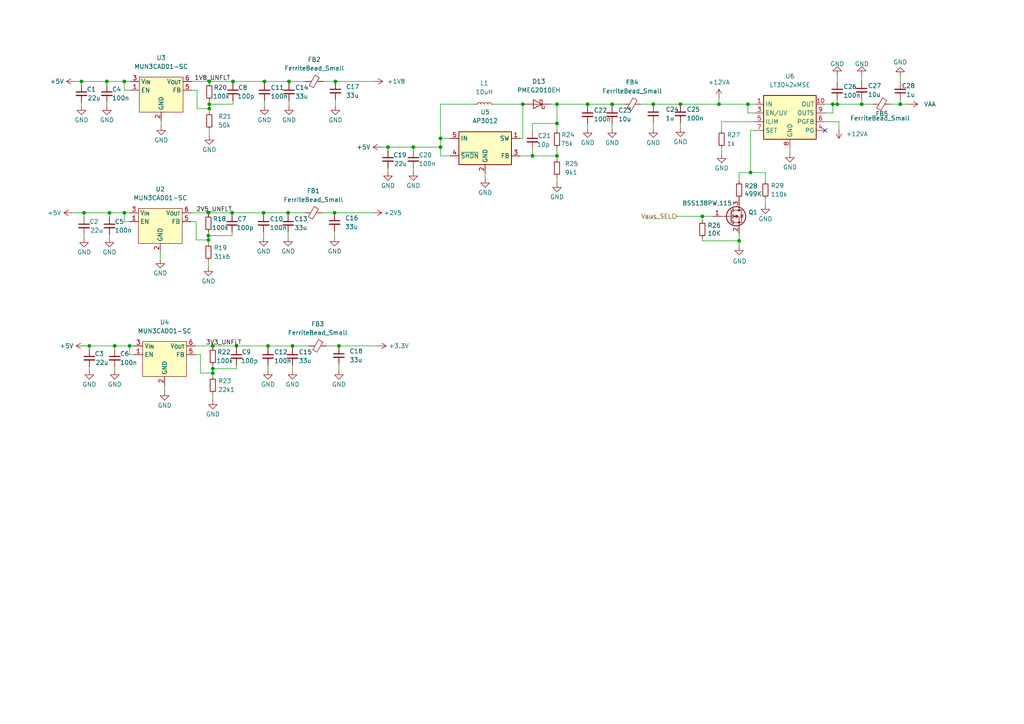
<source format=kicad_sch>
(kicad_sch (version 20230121) (generator eeschema)
  (paper "A4")
  (lib_symbols
    (symbol "Device:C_Small" (pin_numbers hide) (pin_names (offset 0.254) hide)
      (property "Reference" "C" (at 0.254 1.778 0))
      (property "Value" "C_Small" (at 0.254 -2.032 0))
      (symbol "C_Small_0_1"
        (polyline (pts (xy -1.524 -0.508) (xy 1.524 -0.508)) (stroke (width 0.3302)))
        (polyline (pts (xy -1.524 0.508) (xy 1.524 0.508)) (stroke (width 0.3048)))
      )
      (symbol "C_Small_1_1"
        (pin passive line (at 0 2.54 270) (length 2.032) (name "~") (number "1"))
        (pin passive line (at 0 -2.54 90) (length 2.032) (name "~") (number "2"))
      )
    )
    (symbol "Device:FerriteBead_Small" (pin_numbers hide) (pin_names (offset 0))
      (property "Reference" "FB" (at 1.905 1.27 0))
      (property "Value" "FerriteBead_Small" (at 1.905 -1.27 0))
      (symbol "FerriteBead_Small_0_1"
        (polyline (pts (xy 0 -1.27) (xy 0 -0.7874)))
        (polyline (pts (xy 0 0.889) (xy 0 1.2954)))
        (polyline (pts (xy -1.8288 0.2794) (xy -1.1176 1.4986) (xy 1.8288 -0.2032) (xy 1.1176 -1.4224) (xy -1.8288 0.2794)))
      )
      (symbol "FerriteBead_Small_1_1"
        (pin passive line (at 0 2.54 270) (length 1.27) (name "~") (number "1"))
        (pin passive line (at 0 -2.54 90) (length 1.27) (name "~") (number "2"))
      )
    )
    (symbol "Device:L_Small" (pin_numbers hide) (pin_names (offset 0.254) hide)
      (property "Reference" "L" (at 0.762 1.016 0))
      (property "Value" "L_Small" (at 0.762 -1.016 0))
      (symbol "L_Small_0_1"
        (arc (start 0 -2.032) (mid 0.5058 -1.524) (end 0 -1.016))
        (arc (start 0 -1.016) (mid 0.5058 -0.508) (end 0 0))
        (arc (start 0 0) (mid 0.5058 0.508) (end 0 1.016))
        (arc (start 0 1.016) (mid 0.5058 1.524) (end 0 2.032))
      )
      (symbol "L_Small_1_1"
        (pin passive line (at 0 2.54 270) (length 0.508) (name "~") (number "1"))
        (pin passive line (at 0 -2.54 90) (length 0.508) (name "~") (number "2"))
      )
    )
    (symbol "Device:Q_NMOS_GSD" (pin_names (offset 0) hide)
      (property "Reference" "Q" (at 5.08 1.27 0))
      (property "Value" "Q_NMOS_GSD" (at 5.08 -1.27 0))
      (symbol "Q_NMOS_GSD_0_1"
        (polyline (pts (xy 0.254 0) (xy -2.54 0)))
        (polyline (pts (xy 0.254 1.905) (xy 0.254 -1.905)) (stroke (width 0.254)))
        (polyline (pts (xy 0.762 -1.27) (xy 0.762 -2.286)) (stroke (width 0.254)))
        (polyline (pts (xy 0.762 0.508) (xy 0.762 -0.508)) (stroke (width 0.254)))
        (polyline (pts (xy 0.762 2.286) (xy 0.762 1.27)) (stroke (width 0.254)))
        (polyline (pts (xy 2.54 2.54) (xy 2.54 1.778)))
        (polyline (pts (xy 2.54 -2.54) (xy 2.54 0) (xy 0.762 0)))
        (polyline (pts (xy 0.762 -1.778) (xy 3.302 -1.778) (xy 3.302 1.778) (xy 0.762 1.778)))
        (polyline (pts (xy 1.016 0) (xy 2.032 0.381) (xy 2.032 -0.381) (xy 1.016 0)) (fill (type outline)))
        (polyline (pts (xy 2.794 0.508) (xy 2.921 0.381) (xy 3.683 0.381) (xy 3.81 0.254)))
        (polyline (pts (xy 3.302 0.381) (xy 2.921 -0.254) (xy 3.683 -0.254) (xy 3.302 0.381)))
        (circle (center 1.651 0) (radius 2.794) (stroke (width 0.254)))
        (circle (center 2.54 -1.778) (radius 0.254) (fill (type outline)))
        (circle (center 2.54 1.778) (radius 0.254) (fill (type outline)))
      )
      (symbol "Q_NMOS_GSD_1_1"
        (pin input line (at -5.08 0 0) (length 2.54) (name "G") (number "1"))
        (pin passive line (at 2.54 -5.08 90) (length 2.54) (name "S") (number "2"))
        (pin passive line (at 2.54 5.08 270) (length 2.54) (name "D") (number "3"))
      )
    )
    (symbol "Device:R_Small" (pin_numbers hide) (pin_names (offset 0.254) hide)
      (property "Reference" "R" (at 0.762 0.508 0))
      (property "Value" "R_Small" (at 0.762 -1.016 0))
      (symbol "R_Small_0_1"
        (rectangle (start -0.762 1.778) (end 0.762 -1.778) (stroke (width 0.2032)))
      )
      (symbol "R_Small_1_1"
        (pin passive line (at 0 2.54 270) (length 0.762) (name "~") (number "1"))
        (pin passive line (at 0 -2.54 90) (length 0.762) (name "~") (number "2"))
      )
    )
    (symbol "Diode:PMEG2010EH" (pin_numbers hide) (pin_names hide)
      (property "Reference" "D" (at 0 2.54 0))
      (property "Value" "PMEG2010EH" (at 0 -2.54 0))
      (symbol "PMEG2010EH_0_1"
        (polyline (pts (xy 1.27 0) (xy -1.27 0)))
        (polyline (pts (xy 1.27 1.27) (xy 1.27 -1.27) (xy -1.27 0) (xy 1.27 1.27)) (stroke (width 0.2032)))
        (polyline (pts (xy -1.905 0.635) (xy -1.905 1.27) (xy -1.27 1.27) (xy -1.27 -1.27) (xy -0.635 -1.27) (xy -0.635 -0.635)) (stroke (width 0.2032)))
      )
      (symbol "PMEG2010EH_1_1"
        (pin passive line (at -3.81 0 0) (length 2.54) (name "K") (number "1"))
        (pin passive line (at 3.81 0 180) (length 2.54) (name "A") (number "2"))
      )
    )
    (symbol "Regulator_Linear:LT3042xMSE"
      (property "Reference" "U" (at -6.35 6.35 0))
      (property "Value" "LT3042xMSE" (at 1.27 6.35 0))
      (symbol "LT3042xMSE_0_1"
        (rectangle (start -7.62 5.08) (end 7.62 -7.62) (stroke (width 0.254)) (fill (type background)))
      )
      (symbol "LT3042xMSE_1_1"
        (pin power_in line (at -10.16 2.54 0) (length 2.54) (name "IN") (number "1"))
        (pin power_out line (at 10.16 2.54 180) (length 2.54) (name "OUT") (number "10"))
        (pin passive line (at 0 -10.16 90) (length 2.54) hide (name "GND") (number "11"))
        (pin passive line (at -10.16 2.54 0) (length 2.54) hide (name "IN") (number "2"))
        (pin input line (at -10.16 0 0) (length 2.54) (name "EN/UV") (number "3"))
        (pin open_collector line (at 10.16 -5.08 180) (length 2.54) (name "PG") (number "4"))
        (pin passive line (at -10.16 -2.54 0) (length 2.54) (name "ILIM") (number "5"))
        (pin input line (at 10.16 -2.54 180) (length 2.54) (name "PGFB") (number "6"))
        (pin passive line (at -10.16 -5.08 0) (length 2.54) (name "SET") (number "7"))
        (pin power_in line (at 0 -10.16 90) (length 2.54) (name "GND") (number "8"))
        (pin input line (at 10.16 0 180) (length 2.54) (name "OUTS") (number "9"))
      )
    )
    (symbol "Regulator_Switching:AP3012"
      (property "Reference" "U" (at -7.62 5.715 0))
      (property "Value" "AP3012" (at 0 5.715 0))
      (symbol "AP3012_0_1"
        (rectangle (start -7.62 4.445) (end 7.62 -5.08) (stroke (width 0.254)) (fill (type background)))
      )
      (symbol "AP3012_1_1"
        (pin passive line (at 10.16 2.54 180) (length 2.54) (name "SW") (number "1"))
        (pin power_in line (at 0 -7.62 90) (length 2.54) (name "GND") (number "2"))
        (pin input line (at 10.16 -2.54 180) (length 2.54) (name "FB") (number "3"))
        (pin input line (at -10.16 -2.54 0) (length 2.54) (name "~{SHDN}") (number "4"))
        (pin power_in line (at -10.16 2.54 0) (length 2.54) (name "IN") (number "5"))
      )
    )
    (symbol "custom:MUN3CAD01-SC"
      (property "Reference" "U" (at 0 8.89 0))
      (property "Value" "MUN3CAD01-SC" (at 0 6.35 0))
      (symbol "MUN3CAD01-SC_0_1"
        (rectangle (start -6.35 5.08) (end 6.35 -5.08) (stroke (width 0.1524)) (fill (type background)))
      )
      (symbol "MUN3CAD01-SC_1_1"
        (pin input line (at -8.89 1.27 0) (length 2.54) (name "EN") (number "1"))
        (pin input line (at 0 -7.62 90) (length 2.54) (name "GND") (number "2"))
        (pin input line (at -8.89 3.81 0) (length 2.54) (name "V_{IN}") (number "3"))
        (pin passive line (at 0 -7.62 90) (length 2.54) hide (name "GND") (number "4"))
        (pin input line (at 8.89 1.27 180) (length 2.54) (name "FB") (number "5"))
        (pin input line (at 8.89 3.81 180) (length 2.54) (name "V_{OUT}") (number "6"))
      )
    )
    (symbol "power:+12VA" (power) (pin_names (offset 0))
      (property "Value" "+12VA" (at 0 3.556 0))
      (symbol "+12VA_0_1"
        (polyline (pts (xy -0.762 1.27) (xy 0 2.54)))
        (polyline (pts (xy 0 0) (xy 0 2.54)))
        (polyline (pts (xy 0 2.54) (xy 0.762 1.27)))
      )
      (symbol "+12VA_1_1"
        (pin power_in line (at 0 0 90) (length 0) hide (name "+12VA") (number "1"))
      )
    )
    (symbol "power:+1V8" (power) (pin_names (offset 0))
      (property "Value" "+1V8" (at 0 3.556 0))
      (symbol "+1V8_0_1"
        (polyline (pts (xy -0.762 1.27) (xy 0 2.54)))
        (polyline (pts (xy 0 0) (xy 0 2.54)))
        (polyline (pts (xy 0 2.54) (xy 0.762 1.27)))
      )
      (symbol "+1V8_1_1"
        (pin power_in line (at 0 0 90) (length 0) hide (name "+1V8") (number "1"))
      )
    )
    (symbol "power:+2V5" (power) (pin_names (offset 0))
      (property "Value" "+2V5" (at 0 3.556 0))
      (symbol "+2V5_0_1"
        (polyline (pts (xy -0.762 1.27) (xy 0 2.54)))
        (polyline (pts (xy 0 0) (xy 0 2.54)))
        (polyline (pts (xy 0 2.54) (xy 0.762 1.27)))
      )
      (symbol "+2V5_1_1"
        (pin power_in line (at 0 0 90) (length 0) hide (name "+2V5") (number "1"))
      )
    )
    (symbol "power:+3.3V" (power) (pin_names (offset 0))
      (property "Value" "+3.3V" (at 0 3.556 0))
      (symbol "+3.3V_0_1"
        (polyline (pts (xy -0.762 1.27) (xy 0 2.54)))
        (polyline (pts (xy 0 0) (xy 0 2.54)))
        (polyline (pts (xy 0 2.54) (xy 0.762 1.27)))
      )
      (symbol "+3.3V_1_1"
        (pin power_in line (at 0 0 90) (length 0) hide (name "+3.3V") (number "1"))
      )
    )
    (symbol "power:+5V" (power) (pin_names (offset 0))
      (property "Value" "+5V" (at 0 3.556 0))
      (symbol "+5V_0_1"
        (polyline (pts (xy -0.762 1.27) (xy 0 2.54)))
        (polyline (pts (xy 0 0) (xy 0 2.54)))
        (polyline (pts (xy 0 2.54) (xy 0.762 1.27)))
      )
      (symbol "+5V_1_1"
        (pin power_in line (at 0 0 90) (length 0) hide (name "+5V") (number "1"))
      )
    )
    (symbol "power:GND" (power) (pin_names (offset 0))
      (property "Value" "GND" (at 0 -3.81 0))
      (symbol "GND_0_1"
        (polyline (pts (xy 0 0) (xy 0 -1.27) (xy 1.27 -1.27) (xy 0 -2.54) (xy -1.27 -1.27) (xy 0 -1.27)))
      )
      (symbol "GND_1_1"
        (pin power_in line (at 0 0 270) (length 0) hide (name "GND") (number "1"))
      )
    )
    (symbol "power:VAA" (power) (pin_names (offset 0))
      (property "Value" "VAA" (at 0 3.81 0))
      (symbol "VAA_0_1"
        (polyline (pts (xy -0.762 1.27) (xy 0 2.54)))
        (polyline (pts (xy 0 0) (xy 0 2.54)))
        (polyline (pts (xy 0 2.54) (xy 0.762 1.27)))
      )
      (symbol "VAA_1_1"
        (pin power_in line (at 0 0 90) (length 0) hide (name "VAA") (number "1"))
      )
    )
  )
  (junction (at 25.908 100.33))
  (junction (at 31.75 61.722))
  (junction (at 60.452 61.722))
  (junction (at 161.544 35.814))
  (junction (at 216.916 30.226))
  (junction (at 60.706 31.496))
  (junction (at 203.708 62.738))
  (junction (at 189.484 30.226))
  (junction (at 261.112 30.226))
  (junction (at 68.58 100.33))
  (junction (at 177.546 30.226))
  (junction (at 97.282 23.622))
  (junction (at 208.534 30.226))
  (junction (at 249.936 30.226))
  (junction (at 161.544 30.226))
  (junction (at 197.358 30.226))
  (junction (at 98.298 100.33))
  (junction (at 37.592 100.33))
  (junction (at 127.762 42.672))
  (junction (at 67.31 61.722))
  (junction (at 127.762 40.132))
  (junction (at 76.454 61.722))
  (junction (at 83.82 23.622))
  (junction (at 61.722 106.934))
  (junction (at 214.376 69.85))
  (junction (at 36.068 61.722))
  (junction (at 76.708 23.622))
  (junction (at 83.566 61.722))
  (junction (at 67.564 23.622))
  (junction (at 170.434 30.226))
  (junction (at 217.678 50.038))
  (junction (at 161.544 45.212))
  (junction (at 242.824 30.226))
  (junction (at 33.274 100.33))
  (junction (at 24.384 61.722))
  (junction (at 241.554 30.226))
  (junction (at 36.068 23.622))
  (junction (at 77.724 100.33))
  (junction (at 30.988 23.622))
  (junction (at 97.028 61.722))
  (junction (at 61.722 100.33))
  (junction (at 60.452 68.326))
  (junction (at 60.706 23.622))
  (junction (at 151.638 30.226))
  (junction (at 154.432 45.212))
  (junction (at 23.622 23.622))
  (junction (at 61.722 108.204))
  (junction (at 119.888 42.672))
  (junction (at 112.522 42.672))
  (junction (at 84.836 100.33))
  (junction (at 60.452 69.596))
  (junction (at 60.706 30.226))
  (no_connect (at 239.268 37.846))
  (wire (pts (xy 241.554 30.226) (xy 239.268 30.226)))
  (wire (pts (xy 61.722 100.33) (xy 68.58 100.33)))
  (wire (pts (xy 214.376 67.818) (xy 214.376 69.85)))
  (wire (pts (xy 137.922 30.226) (xy 127.762 30.226)))
  (wire (pts (xy 56.642 100.33) (xy 61.722 100.33)))
  (wire (pts (xy 97.282 23.622) (xy 97.282 23.876)))
  (wire (pts (xy 151.638 40.132) (xy 151.638 30.226)))
  (wire (pts (xy 218.948 37.846) (xy 217.678 37.846)))
  (wire (pts (xy 216.916 30.226) (xy 218.948 30.226)))
  (wire (pts (xy 97.028 61.722) (xy 97.028 61.976)))
  (wire (pts (xy 55.626 23.622) (xy 60.706 23.622)))
  (wire (pts (xy 197.358 30.226) (xy 208.534 30.226)))
  (wire (pts (xy 67.31 68.326) (xy 67.31 67.31)))
  (wire (pts (xy 119.888 48.768) (xy 119.888 49.784)))
  (wire (pts (xy 159.766 30.226) (xy 161.544 30.226)))
  (wire (pts (xy 249.936 30.226) (xy 253.238 30.226)))
  (wire (pts (xy 60.452 61.722) (xy 67.31 61.722)))
  (wire (pts (xy 56.896 69.596) (xy 60.452 69.596)))
  (wire (pts (xy 154.432 38.1) (xy 154.432 35.814)))
  (wire (pts (xy 60.452 67.31) (xy 60.452 68.326)))
  (wire (pts (xy 221.996 50.038) (xy 221.996 52.578)))
  (wire (pts (xy 36.068 23.622) (xy 37.846 23.622)))
  (wire (pts (xy 61.722 106.934) (xy 68.58 106.934)))
  (wire (pts (xy 68.58 106.934) (xy 68.58 105.918)))
  (wire (pts (xy 67.564 23.622) (xy 67.564 24.13)))
  (wire (pts (xy 161.544 45.212) (xy 161.544 46.228)))
  (wire (pts (xy 60.706 31.496) (xy 60.706 32.512)))
  (wire (pts (xy 127.762 30.226) (xy 127.762 40.132)))
  (wire (pts (xy 110.744 42.672) (xy 112.522 42.672)))
  (wire (pts (xy 243.332 37.592) (xy 243.332 35.306)))
  (wire (pts (xy 185.928 30.226) (xy 189.484 30.226)))
  (wire (pts (xy 61.722 108.204) (xy 61.722 109.22)))
  (wire (pts (xy 203.708 69.85) (xy 203.708 69.088)))
  (wire (pts (xy 170.434 30.226) (xy 170.434 30.734)))
  (wire (pts (xy 23.622 23.622) (xy 23.622 24.638)))
  (wire (pts (xy 127.762 42.672) (xy 127.762 45.212)))
  (wire (pts (xy 33.274 100.33) (xy 33.274 101.346)))
  (wire (pts (xy 36.068 26.162) (xy 36.068 23.622)))
  (wire (pts (xy 77.724 105.918) (xy 77.724 107.442)))
  (wire (pts (xy 208.534 28.448) (xy 208.534 30.226)))
  (wire (pts (xy 31.75 61.722) (xy 31.75 62.992)))
  (wire (pts (xy 189.484 30.226) (xy 189.484 30.48)))
  (wire (pts (xy 60.706 23.622) (xy 67.564 23.622)))
  (wire (pts (xy 46.482 73.152) (xy 46.482 75.184)))
  (wire (pts (xy 249.936 28.702) (xy 249.936 30.226)))
  (wire (pts (xy 60.452 68.326) (xy 67.31 68.326)))
  (wire (pts (xy 25.908 100.33) (xy 33.274 100.33)))
  (wire (pts (xy 93.472 61.722) (xy 97.028 61.722)))
  (wire (pts (xy 37.592 102.87) (xy 37.592 100.33)))
  (wire (pts (xy 23.622 29.718) (xy 23.622 30.734)))
  (wire (pts (xy 214.376 69.85) (xy 214.376 71.374)))
  (wire (pts (xy 161.544 35.814) (xy 161.544 37.846)))
  (wire (pts (xy 242.824 28.956) (xy 242.824 30.226)))
  (wire (pts (xy 112.522 42.672) (xy 119.888 42.672)))
  (wire (pts (xy 161.544 30.226) (xy 161.544 35.814)))
  (wire (pts (xy 217.678 37.846) (xy 217.678 50.038)))
  (wire (pts (xy 112.522 42.672) (xy 112.522 43.688)))
  (wire (pts (xy 55.372 61.722) (xy 60.452 61.722)))
  (wire (pts (xy 61.722 106.934) (xy 61.722 108.204)))
  (wire (pts (xy 30.988 23.622) (xy 36.068 23.622)))
  (wire (pts (xy 76.454 61.722) (xy 76.454 62.23)))
  (wire (pts (xy 119.888 42.672) (xy 127.762 42.672)))
  (wire (pts (xy 97.028 61.722) (xy 108.204 61.722)))
  (wire (pts (xy 31.75 61.722) (xy 36.068 61.722)))
  (wire (pts (xy 84.836 100.33) (xy 84.836 100.838)))
  (wire (pts (xy 33.274 106.426) (xy 33.274 107.442)))
  (wire (pts (xy 68.58 100.33) (xy 68.58 100.838)))
  (wire (pts (xy 67.31 61.722) (xy 76.454 61.722)))
  (wire (pts (xy 61.722 105.918) (xy 61.722 106.934)))
  (wire (pts (xy 112.522 48.768) (xy 112.522 49.784)))
  (wire (pts (xy 76.708 29.21) (xy 76.708 30.734)))
  (wire (pts (xy 239.268 32.766) (xy 241.554 32.766)))
  (wire (pts (xy 243.332 35.306) (xy 239.268 35.306)))
  (wire (pts (xy 203.708 62.738) (xy 206.756 62.738)))
  (wire (pts (xy 21.844 23.622) (xy 23.622 23.622)))
  (wire (pts (xy 60.706 23.622) (xy 60.706 24.13)))
  (wire (pts (xy 154.432 45.212) (xy 161.544 45.212)))
  (wire (pts (xy 55.372 64.262) (xy 56.896 64.262)))
  (wire (pts (xy 37.592 64.262) (xy 36.068 64.262)))
  (wire (pts (xy 21.082 61.722) (xy 24.384 61.722)))
  (wire (pts (xy 83.82 29.21) (xy 83.82 30.734)))
  (wire (pts (xy 218.948 32.766) (xy 216.916 32.766)))
  (wire (pts (xy 197.358 35.56) (xy 197.358 37.084)))
  (wire (pts (xy 97.282 23.622) (xy 108.458 23.622)))
  (wire (pts (xy 33.274 100.33) (xy 37.592 100.33)))
  (wire (pts (xy 177.546 30.226) (xy 177.546 30.734)))
  (wire (pts (xy 98.298 105.664) (xy 98.298 107.442)))
  (wire (pts (xy 60.706 37.592) (xy 60.706 39.37)))
  (wire (pts (xy 203.708 62.738) (xy 203.708 64.008)))
  (wire (pts (xy 76.708 23.622) (xy 83.82 23.622)))
  (wire (pts (xy 119.888 42.672) (xy 119.888 43.688)))
  (wire (pts (xy 76.454 61.722) (xy 83.566 61.722)))
  (wire (pts (xy 189.484 35.56) (xy 189.484 37.338)))
  (wire (pts (xy 93.726 23.622) (xy 97.282 23.622)))
  (wire (pts (xy 196.342 62.738) (xy 203.708 62.738)))
  (wire (pts (xy 197.358 30.226) (xy 197.358 30.48)))
  (wire (pts (xy 97.282 28.956) (xy 97.282 30.734)))
  (wire (pts (xy 242.824 30.226) (xy 249.936 30.226)))
  (wire (pts (xy 24.638 100.33) (xy 25.908 100.33)))
  (wire (pts (xy 24.384 68.072) (xy 24.384 69.088)))
  (wire (pts (xy 76.708 23.622) (xy 76.708 24.13)))
  (wire (pts (xy 61.722 100.33) (xy 61.722 100.838)))
  (wire (pts (xy 209.296 42.926) (xy 209.296 44.704)))
  (wire (pts (xy 84.836 100.33) (xy 89.662 100.33)))
  (wire (pts (xy 97.028 67.056) (xy 97.028 68.834)))
  (wire (pts (xy 154.432 35.814) (xy 161.544 35.814)))
  (wire (pts (xy 61.722 114.3) (xy 61.722 116.078)))
  (wire (pts (xy 241.554 30.226) (xy 242.824 30.226)))
  (wire (pts (xy 258.318 30.226) (xy 261.112 30.226)))
  (wire (pts (xy 208.534 30.226) (xy 216.916 30.226)))
  (wire (pts (xy 55.626 26.162) (xy 57.15 26.162)))
  (wire (pts (xy 83.566 61.722) (xy 88.392 61.722)))
  (wire (pts (xy 37.846 26.162) (xy 36.068 26.162)))
  (wire (pts (xy 38.862 102.87) (xy 37.592 102.87)))
  (wire (pts (xy 77.724 100.33) (xy 77.724 100.838)))
  (wire (pts (xy 161.544 51.308) (xy 161.544 53.086)))
  (wire (pts (xy 83.82 23.622) (xy 83.82 24.13)))
  (wire (pts (xy 25.908 100.33) (xy 25.908 101.346)))
  (wire (pts (xy 60.452 69.596) (xy 60.452 70.612)))
  (wire (pts (xy 177.546 30.226) (xy 180.848 30.226)))
  (wire (pts (xy 58.166 108.204) (xy 61.722 108.204)))
  (wire (pts (xy 56.642 102.87) (xy 58.166 102.87)))
  (wire (pts (xy 77.724 100.33) (xy 84.836 100.33)))
  (wire (pts (xy 150.876 45.212) (xy 154.432 45.212)))
  (wire (pts (xy 140.716 50.292) (xy 140.716 51.816)))
  (wire (pts (xy 76.454 67.31) (xy 76.454 68.834)))
  (wire (pts (xy 261.112 23.876) (xy 261.112 22.098)))
  (wire (pts (xy 67.564 30.226) (xy 67.564 29.21)))
  (wire (pts (xy 189.484 30.226) (xy 197.358 30.226)))
  (wire (pts (xy 217.678 50.038) (xy 221.996 50.038)))
  (wire (pts (xy 83.566 61.722) (xy 83.566 62.23)))
  (wire (pts (xy 170.434 35.814) (xy 170.434 37.338)))
  (wire (pts (xy 261.112 30.226) (xy 263.652 30.226)))
  (wire (pts (xy 67.31 61.722) (xy 67.31 62.23)))
  (wire (pts (xy 216.916 32.766) (xy 216.916 30.226)))
  (wire (pts (xy 57.15 31.496) (xy 60.706 31.496)))
  (wire (pts (xy 203.708 69.85) (xy 214.376 69.85)))
  (wire (pts (xy 98.298 100.33) (xy 98.298 100.584)))
  (wire (pts (xy 84.836 105.918) (xy 84.836 107.442)))
  (wire (pts (xy 60.452 68.326) (xy 60.452 69.596)))
  (wire (pts (xy 68.58 100.33) (xy 77.724 100.33)))
  (wire (pts (xy 60.452 75.692) (xy 60.452 77.47)))
  (wire (pts (xy 241.554 32.766) (xy 241.554 30.226)))
  (wire (pts (xy 217.678 50.038) (xy 214.376 50.038)))
  (wire (pts (xy 67.564 23.622) (xy 76.708 23.622)))
  (wire (pts (xy 60.706 30.226) (xy 60.706 31.496)))
  (wire (pts (xy 161.544 42.926) (xy 161.544 45.212)))
  (wire (pts (xy 46.736 35.052) (xy 46.736 36.576)))
  (wire (pts (xy 130.556 40.132) (xy 127.762 40.132)))
  (wire (pts (xy 221.996 57.658) (xy 221.996 59.436)))
  (wire (pts (xy 24.384 61.722) (xy 31.75 61.722)))
  (wire (pts (xy 209.296 35.306) (xy 209.296 37.846)))
  (wire (pts (xy 214.376 50.038) (xy 214.376 52.578)))
  (wire (pts (xy 151.638 30.226) (xy 152.146 30.226)))
  (wire (pts (xy 94.742 100.33) (xy 98.298 100.33)))
  (wire (pts (xy 229.108 42.926) (xy 229.108 44.45)))
  (wire (pts (xy 30.988 23.622) (xy 30.988 24.638)))
  (wire (pts (xy 47.752 111.76) (xy 47.752 113.538)))
  (wire (pts (xy 31.75 68.072) (xy 31.75 69.088)))
  (wire (pts (xy 261.112 28.956) (xy 261.112 30.226)))
  (wire (pts (xy 150.876 40.132) (xy 151.638 40.132)))
  (wire (pts (xy 83.566 67.31) (xy 83.566 68.834)))
  (wire (pts (xy 37.592 100.33) (xy 38.862 100.33)))
  (wire (pts (xy 57.15 26.162) (xy 57.15 31.496)))
  (wire (pts (xy 56.896 64.262) (xy 56.896 69.596)))
  (wire (pts (xy 36.068 61.722) (xy 36.068 64.262)))
  (wire (pts (xy 127.762 40.132) (xy 127.762 42.672)))
  (wire (pts (xy 24.384 61.722) (xy 24.384 62.992)))
  (wire (pts (xy 23.622 23.622) (xy 30.988 23.622)))
  (wire (pts (xy 161.544 30.226) (xy 170.434 30.226)))
  (wire (pts (xy 143.002 30.226) (xy 151.638 30.226)))
  (wire (pts (xy 242.824 21.844) (xy 242.824 23.876)))
  (wire (pts (xy 25.908 106.426) (xy 25.908 107.442)))
  (wire (pts (xy 83.82 23.622) (xy 88.646 23.622)))
  (wire (pts (xy 177.546 35.814) (xy 177.546 37.338)))
  (wire (pts (xy 36.068 61.722) (xy 37.592 61.722)))
  (wire (pts (xy 154.432 43.18) (xy 154.432 45.212)))
  (wire (pts (xy 249.936 21.844) (xy 249.936 23.622)))
  (wire (pts (xy 60.452 61.722) (xy 60.452 62.23)))
  (wire (pts (xy 170.434 30.226) (xy 177.546 30.226)))
  (wire (pts (xy 58.166 102.87) (xy 58.166 108.204)))
  (wire (pts (xy 60.706 30.226) (xy 67.564 30.226)))
  (wire (pts (xy 60.706 29.21) (xy 60.706 30.226)))
  (wire (pts (xy 98.298 100.33) (xy 109.474 100.33)))
  (wire (pts (xy 218.948 35.306) (xy 209.296 35.306)))
  (wire (pts (xy 30.988 29.718) (xy 30.988 30.734)))
  (wire (pts (xy 127.762 45.212) (xy 130.556 45.212)))
  (label "3V3_UNFLT" (at 59.69 100.33 0))
  (label "1V8_UNFLT" (at 56.388 23.622 0))
  (label "2V5_UNFLT" (at 56.896 61.722 0))
  (hierarchical_label "V_{BIAS}_SEL" (shape input) (at 196.342 62.738 180))
  (symbol (lib_id "Device:R_Small") (at 60.706 35.052 0) (unit 1)
    (property "Reference" "R21" (at 63.246 33.7819 0) (effects (justify left)))
    (property "Value" "50k" (at 63.246 36.3219 0) (effects (justify left)))
    (property "Footprint" "Resistor_SMD:R_0402_1005Metric" (effects hide))
  )
  (symbol (lib_id "Device:C_Small") (at 30.988 27.178 0) (unit 1)
    (property "Reference" "C4" (at 32.512 25.908 0) (effects (justify left)))
    (property "Value" "100n" (at 32.512 28.448 0) (effects (justify left)))
    (property "Footprint" "Capacitor_SMD:C_0402_1005Metric" (effects hide))
  )
  (symbol (lib_id "Device:C_Small") (at 24.384 65.532 0) (unit 1)
    (property "Reference" "C2" (at 25.908 64.262 0) (effects (justify left)))
    (property "Value" "22u" (at 26.162 66.802 0) (effects (justify left)))
    (property "Footprint" "Capacitor_SMD:C_0805_2012Metric" (effects hide))
  )
  (symbol (lib_id "Device:C_Small") (at 177.546 33.274 0) (unit 1)
    (property "Reference" "C23" (at 179.324 32.004 0) (effects (justify left)))
    (property "Value" "10u" (at 179.324 34.544 0) (effects (justify left)))
    (property "Footprint" "Capacitor_SMD:C_0805_2012Metric" (effects hide))
  )
  (symbol (lib_id "power:GND") (at 60.706 39.37 0) (unit 1)
    (property "Reference" "#PWR052" (effects hide))
    (property "Value" "GND" (at 58.674 43.434 0) (effects (justify left)))
  )
  (symbol (lib_id "Device:R_Small") (at 60.706 26.67 0) (unit 1)
    (property "Reference" "R20" (at 61.976 25.4 0) (effects (justify left)))
    (property "Value" "100k" (at 61.722 27.94 0) (effects (justify left)))
    (property "Footprint" "Resistor_SMD:R_0402_1005Metric" (effects hide))
  )
  (symbol (lib_id "power:GND") (at 189.484 37.338 0) (unit 1)
    (property "Reference" "#PWR073" (effects hide))
    (property "Value" "GND" (at 187.452 41.402 0) (effects (justify left)))
  )
  (symbol (lib_id "power:GND") (at 31.75 69.088 0) (unit 1)
    (property "Reference" "#PWR046" (effects hide))
    (property "Value" "GND" (at 29.718 73.152 0) (effects (justify left)))
  )
  (symbol (lib_id "Device:C_Small") (at 33.274 103.886 0) (unit 1)
    (property "Reference" "C6" (at 34.798 102.616 0) (effects (justify left)))
    (property "Value" "100n" (at 34.798 105.156 0) (effects (justify left)))
    (property "Footprint" "Capacitor_SMD:C_0402_1005Metric" (effects hide))
  )
  (symbol (lib_id "Device:C_Small") (at 97.282 26.416 0) (unit 1)
    (property "Reference" "C17" (at 100.33 25.1522 0) (effects (justify left)))
    (property "Value" "33u" (at 100.33 27.6922 0) (effects (justify left)))
    (property "Footprint" "Capacitor_SMD:C_0805_2012Metric" (effects hide))
  )
  (symbol (lib_id "Device:R_Small") (at 60.452 64.77 0) (unit 1)
    (property "Reference" "R18" (at 61.722 63.5 0) (effects (justify left)))
    (property "Value" "100k" (at 61.468 66.04 0) (effects (justify left)))
    (property "Footprint" "Resistor_SMD:R_0402_1005Metric" (effects hide))
  )
  (symbol (lib_id "Device:C_Small") (at 97.028 64.516 0) (unit 1)
    (property "Reference" "C16" (at 100.076 63.2522 0) (effects (justify left)))
    (property "Value" "33u" (at 100.076 65.7922 0) (effects (justify left)))
    (property "Footprint" "Capacitor_SMD:C_0805_2012Metric" (effects hide))
  )
  (symbol (lib_id "Regulator_Linear:LT3042xMSE") (at 229.108 32.766 0) (unit 1)
    (property "Reference" "U6" (at 229.108 22.098 0))
    (property "Value" "LT3042xMSE" (at 229.108 24.638 0))
    (property "Footprint" "Package_SO:MSOP-10-1EP_3x3mm_P0.5mm_EP1.68x1.88mm" (effects hide))
    (property "Datasheet" "https://www.analog.com/media/en/technical-documentation/data-sheets/3042fb.pdf" (effects hide))
  )
  (symbol (lib_id "Device:R_Small") (at 161.544 40.386 0) (unit 1)
    (property "Reference" "R24" (at 162.814 39.116 0) (effects (justify left)))
    (property "Value" "75k" (at 162.56 41.656 0) (effects (justify left)))
    (property "Footprint" "Resistor_SMD:R_0402_1005Metric" (effects hide))
  )
  (symbol (lib_id "power:GND") (at 197.358 37.084 0) (unit 1)
    (property "Reference" "#PWR074" (effects hide))
    (property "Value" "GND" (at 195.326 41.148 0) (effects (justify left)))
  )
  (symbol (lib_id "power:GND") (at 83.566 68.834 0) (unit 1)
    (property "Reference" "#PWR057" (effects hide))
    (property "Value" "GND" (at 81.534 72.898 0) (effects (justify left)))
  )
  (symbol (lib_id "power:GND") (at 25.908 107.442 0) (unit 1)
    (property "Reference" "#PWR044" (effects hide))
    (property "Value" "GND" (at 23.876 111.506 0) (effects (justify left)))
  )
  (symbol (lib_id "power:GND") (at 177.546 37.338 0) (unit 1)
    (property "Reference" "#PWR072" (effects hide))
    (property "Value" "GND" (at 175.514 41.402 0) (effects (justify left)))
  )
  (symbol (lib_id "power:GND") (at 261.112 22.098 180) (unit 1)
    (property "Reference" "#PWR083" (effects hide))
    (property "Value" "GND" (at 263.144 18.034 0) (effects (justify left)))
  )
  (symbol (lib_id "Device:C_Small") (at 170.434 33.274 0) (unit 1)
    (property "Reference" "C22" (at 172.212 32.004 0) (effects (justify left)))
    (property "Value" "100n" (at 172.212 34.544 0) (effects (justify left)))
    (property "Footprint" "Capacitor_SMD:C_0402_1005Metric" (effects hide))
  )
  (symbol (lib_id "Diode:PMEG2010EH") (at 155.956 30.226 180) (unit 1)
    (property "Reference" "D13" (at 156.2735 23.622 0))
    (property "Value" "PMEG2010EH" (at 156.2735 26.162 0))
    (property "Footprint" "Diode_SMD:D_SOD-123F" (effects hide))
    (property "Datasheet" "https://assets.nexperia.com/documents/data-sheet/PMEG2010EH_EJ_ET.pdf" (effects hide))
  )
  (symbol (lib_id "Device:C_Small") (at 25.908 103.886 0) (unit 1)
    (property "Reference" "C3" (at 27.432 102.616 0) (effects (justify left)))
    (property "Value" "22u" (at 27.686 105.156 0) (effects (justify left)))
    (property "Footprint" "Capacitor_SMD:C_0805_2012Metric" (effects hide))
  )
  (symbol (lib_id "power:+5V") (at 21.082 61.722 90) (unit 1)
    (property "Reference" "#PWR039" (effects hide))
    (property "Value" "+5V" (at 13.716 61.722 90) (effects (justify right)))
  )
  (symbol (lib_id "Device:C_Small") (at 83.566 64.77 0) (unit 1)
    (property "Reference" "C13" (at 85.344 63.5 0) (effects (justify left)))
    (property "Value" "33u" (at 85.344 66.04 0) (effects (justify left)))
    (property "Footprint" "Capacitor_SMD:C_0805_2012Metric" (effects hide))
  )
  (symbol (lib_id "power:GND") (at 76.708 30.734 0) (unit 1)
    (property "Reference" "#PWR055" (effects hide))
    (property "Value" "GND" (at 74.676 34.798 0) (effects (justify left)))
  )
  (symbol (lib_id "Device:C_Small") (at 197.358 33.02 0) (unit 1)
    (property "Reference" "C25" (at 199.136 31.75 0) (effects (justify left)))
    (property "Value" "100n" (at 199.136 34.29 0) (effects (justify left)))
    (property "Footprint" "Capacitor_SMD:C_0402_1005Metric" (effects hide))
  )
  (symbol (lib_id "power:GND") (at 140.716 51.816 0) (unit 1)
    (property "Reference" "#PWR069" (effects hide))
    (property "Value" "GND" (at 138.684 55.88 0) (effects (justify left)))
  )
  (symbol (lib_id "power:VAA") (at 263.652 30.226 270) (unit 1)
    (property "Reference" "#PWR084" (effects hide))
    (property "Value" "VAA" (at 267.97 30.2259 90) (effects (justify left)))
  )
  (symbol (lib_id "power:GND") (at 221.996 59.436 0) (unit 1)
    (property "Reference" "#PWR078" (effects hide))
    (property "Value" "GND" (at 219.964 63.5 0) (effects (justify left)))
  )
  (symbol (lib_id "power:GND") (at 76.454 68.834 0) (unit 1)
    (property "Reference" "#PWR054" (effects hide))
    (property "Value" "GND" (at 74.422 72.898 0) (effects (justify left)))
  )
  (symbol (lib_id "Device:FerriteBead_Small") (at 255.778 30.226 90) (unit 1)
    (property "Reference" "FB5" (at 255.778 33.02 90))
    (property "Value" "FerriteBead_Small" (at 255.27 34.29 90))
    (property "Footprint" "Inductor_SMD:L_0603_1608Metric" (effects hide))
  )
  (symbol (lib_id "custom:MUN3CAD01-SC") (at 47.752 104.14 0) (unit 1)
    (property "Reference" "U4" (at 47.752 93.472 0))
    (property "Value" "MUN3CAD01-SC" (at 47.752 96.012 0))
    (property "Footprint" "Custom:MUN3CAD01" (effects hide))
  )
  (symbol (lib_id "Device:FerriteBead_Small") (at 91.186 23.622 90) (unit 1)
    (property "Reference" "FB2" (at 91.1479 17.272 90))
    (property "Value" "FerriteBead_Small" (at 91.1479 19.812 90))
    (property "Footprint" "Inductor_SMD:L_0603_1608Metric" (effects hide))
  )
  (symbol (lib_id "Device:Q_NMOS_GSD") (at 211.836 62.738 0) (unit 1)
    (property "Reference" "Q1" (at 217.0176 61.5696 0) (effects (justify left)))
    (property "Value" "BSS138PW,115" (at 197.866 58.928 0) (effects (justify left)))
    (property "Footprint" "Package_TO_SOT_SMD:SOT-323_SC-70" (effects hide))
    (property "MPN" "BSS138PW,115" (effects hide))
  )
  (symbol (lib_id "Device:L_Small") (at 140.462 30.226 90) (unit 1)
    (property "Reference" "L1" (at 140.462 24.13 90))
    (property "Value" "10uH" (at 140.462 26.67 90))
    (property "Footprint" "Inductor_SMD:L_1812_4532Metric" (effects hide))
  )
  (symbol (lib_id "power:GND") (at 23.622 30.734 0) (unit 1)
    (property "Reference" "#PWR041" (effects hide))
    (property "Value" "GND" (at 21.59 34.798 0) (effects (justify left)))
  )
  (symbol (lib_id "Device:R_Small") (at 61.722 103.378 0) (unit 1)
    (property "Reference" "R22" (at 62.992 102.108 0) (effects (justify left)))
    (property "Value" "100k" (at 62.738 104.648 0) (effects (justify left)))
    (property "Footprint" "Resistor_SMD:R_0402_1005Metric" (effects hide))
  )
  (symbol (lib_id "power:+1V8") (at 108.458 23.622 270) (unit 1)
    (property "Reference" "#PWR064" (effects hide))
    (property "Value" "+1V8" (at 112.268 23.6219 90) (effects (justify left)))
  )
  (symbol (lib_id "Device:R_Small") (at 221.996 55.118 0) (unit 1)
    (property "Reference" "R29" (at 223.52 53.8479 0) (effects (justify left)))
    (property "Value" "110k" (at 223.52 56.3879 0) (effects (justify left)))
    (property "Footprint" "Resistor_SMD:R_0402_1005Metric" (effects hide))
  )
  (symbol (lib_id "Device:C_Small") (at 98.298 103.124 0) (unit 1)
    (property "Reference" "C18" (at 101.346 101.8602 0) (effects (justify left)))
    (property "Value" "33u" (at 101.346 104.4002 0) (effects (justify left)))
    (property "Footprint" "Capacitor_SMD:C_0805_2012Metric" (effects hide))
  )
  (symbol (lib_id "power:GND") (at 30.988 30.734 0) (unit 1)
    (property "Reference" "#PWR045" (effects hide))
    (property "Value" "GND" (at 28.956 34.798 0) (effects (justify left)))
  )
  (symbol (lib_id "Device:R_Small") (at 61.722 111.76 0) (unit 1)
    (property "Reference" "R23" (at 63.246 110.4899 0) (effects (justify left)))
    (property "Value" "22k1" (at 63.246 113.0299 0) (effects (justify left)))
    (property "Footprint" "Resistor_SMD:R_0402_1005Metric" (effects hide))
  )
  (symbol (lib_id "power:+2V5") (at 108.204 61.722 270) (unit 1)
    (property "Reference" "#PWR063" (effects hide))
    (property "Value" "+2V5" (at 116.586 61.722 90) (effects (justify right)))
  )
  (symbol (lib_id "power:GND") (at 46.482 75.184 0) (unit 1)
    (property "Reference" "#PWR048" (effects hide))
    (property "Value" "GND" (at 44.45 79.248 0) (effects (justify left)))
  )
  (symbol (lib_id "power:GND") (at 84.836 107.442 0) (unit 1)
    (property "Reference" "#PWR059" (effects hide))
    (property "Value" "GND" (at 82.804 111.506 0) (effects (justify left)))
  )
  (symbol (lib_id "Device:C_Small") (at 67.564 26.67 0) (unit 1)
    (property "Reference" "C8" (at 69.088 25.4 0) (effects (justify left)))
    (property "Value" "100p" (at 68.834 27.94 0) (effects (justify left)))
    (property "Footprint" "Capacitor_SMD:C_0402_1005Metric" (effects hide))
  )
  (symbol (lib_id "power:GND") (at 61.722 116.078 0) (unit 1)
    (property "Reference" "#PWR053" (effects hide))
    (property "Value" "GND" (at 59.69 120.142 0) (effects (justify left)))
  )
  (symbol (lib_id "Device:C_Small") (at 68.58 103.378 0) (unit 1)
    (property "Reference" "C9" (at 70.104 102.108 0) (effects (justify left)))
    (property "Value" "100p" (at 69.85 104.648 0) (effects (justify left)))
    (property "Footprint" "Capacitor_SMD:C_0402_1005Metric" (effects hide))
  )
  (symbol (lib_id "power:+5V") (at 110.744 42.672 90) (unit 1)
    (property "Reference" "#PWR066" (effects hide))
    (property "Value" "+5V" (at 103.378 42.672 90) (effects (justify right)))
  )
  (symbol (lib_id "power:+3.3V") (at 109.474 100.33 270) (unit 1)
    (property "Reference" "#PWR065" (effects hide))
    (property "Value" "+3.3V" (at 118.618 100.33 90) (effects (justify right)))
  )
  (symbol (lib_id "power:+5V") (at 21.844 23.622 90) (unit 1)
    (property "Reference" "#PWR040" (effects hide))
    (property "Value" "+5V" (at 14.478 23.622 90) (effects (justify right)))
  )
  (symbol (lib_id "Device:C_Small") (at 189.484 33.02 0) (unit 1)
    (property "Reference" "C24" (at 193.04 31.7562 0) (effects (justify left)))
    (property "Value" "1u" (at 193.04 34.2962 0) (effects (justify left)))
    (property "Footprint" "Capacitor_SMD:C_0805_2012Metric" (effects hide))
  )
  (symbol (lib_id "Device:R_Small") (at 60.452 73.152 0) (unit 1)
    (property "Reference" "R19" (at 61.976 71.8819 0) (effects (justify left)))
    (property "Value" "31k6" (at 61.976 74.4219 0) (effects (justify left)))
    (property "Footprint" "Resistor_SMD:R_0402_1005Metric" (effects hide))
  )
  (symbol (lib_id "power:GND") (at 229.108 44.45 0) (unit 1)
    (property "Reference" "#PWR079" (effects hide))
    (property "Value" "GND" (at 227.076 48.514 0) (effects (justify left)))
  )
  (symbol (lib_id "Device:R_Small") (at 214.376 55.118 0) (unit 1)
    (property "Reference" "R28" (at 215.8746 53.9496 0) (effects (justify left)))
    (property "Value" "499K" (at 215.8746 56.261 0) (effects (justify left)))
    (property "Footprint" "Resistor_SMD:R_0402_1005Metric" (effects hide))
  )
  (symbol (lib_id "power:GND") (at 119.888 49.784 0) (unit 1)
    (property "Reference" "#PWR068" (effects hide))
    (property "Value" "GND" (at 117.856 53.848 0) (effects (justify left)))
  )
  (symbol (lib_id "Device:R_Small") (at 209.296 40.386 0) (unit 1)
    (property "Reference" "R27" (at 210.82 39.1159 0) (effects (justify left)))
    (property "Value" "1k" (at 210.82 41.6559 0) (effects (justify left)))
    (property "Footprint" "Resistor_SMD:R_0402_1005Metric" (effects hide))
  )
  (symbol (lib_id "Device:C_Small") (at 249.936 26.162 0) (unit 1)
    (property "Reference" "C27" (at 251.714 24.892 0) (effects (justify left)))
    (property "Value" "10u" (at 251.714 27.432 0) (effects (justify left)))
    (property "Footprint" "Capacitor_SMD:C_0805_2012Metric" (effects hide))
  )
  (symbol (lib_id "power:GND") (at 112.522 49.784 0) (unit 1)
    (property "Reference" "#PWR067" (effects hide))
    (property "Value" "GND" (at 110.49 53.848 0) (effects (justify left)))
  )
  (symbol (lib_id "Device:C_Small") (at 242.824 26.416 0) (unit 1)
    (property "Reference" "C26" (at 244.602 25.146 0) (effects (justify left)))
    (property "Value" "100n" (at 244.602 27.686 0) (effects (justify left)))
    (property "Footprint" "Capacitor_SMD:C_0402_1005Metric" (effects hide))
  )
  (symbol (lib_id "Device:C_Small") (at 76.454 64.77 0) (unit 1)
    (property "Reference" "C10" (at 78.232 63.5 0) (effects (justify left)))
    (property "Value" "100n" (at 78.232 66.04 0) (effects (justify left)))
    (property "Footprint" "Capacitor_SMD:C_0402_1005Metric" (effects hide))
  )
  (symbol (lib_id "power:GND") (at 209.296 44.704 0) (unit 1)
    (property "Reference" "#PWR076" (effects hide))
    (property "Value" "GND" (at 207.264 48.768 0) (effects (justify left)))
  )
  (symbol (lib_id "power:GND") (at 170.434 37.338 0) (unit 1)
    (property "Reference" "#PWR071" (effects hide))
    (property "Value" "GND" (at 168.402 41.402 0) (effects (justify left)))
  )
  (symbol (lib_id "power:GND") (at 242.824 21.844 180) (unit 1)
    (property "Reference" "#PWR080" (effects hide))
    (property "Value" "GND" (at 240.792 18.542 0) (effects (justify right)))
  )
  (symbol (lib_id "power:GND") (at 97.282 30.734 0) (unit 1)
    (property "Reference" "#PWR061" (effects hide))
    (property "Value" "GND" (at 95.25 34.798 0) (effects (justify left)))
  )
  (symbol (lib_id "Device:C_Small") (at 23.622 27.178 0) (unit 1)
    (property "Reference" "C1" (at 25.146 25.908 0) (effects (justify left)))
    (property "Value" "22u" (at 25.4 28.448 0) (effects (justify left)))
    (property "Footprint" "Capacitor_SMD:C_0805_2012Metric" (effects hide))
  )
  (symbol (lib_id "Device:C_Small") (at 77.724 103.378 0) (unit 1)
    (property "Reference" "C12" (at 79.502 102.108 0) (effects (justify left)))
    (property "Value" "100n" (at 79.502 104.648 0) (effects (justify left)))
    (property "Footprint" "Capacitor_SMD:C_0402_1005Metric" (effects hide))
  )
  (symbol (lib_id "Device:C_Small") (at 31.75 65.532 0) (unit 1)
    (property "Reference" "C5" (at 33.274 64.262 0) (effects (justify left)))
    (property "Value" "100n" (at 33.274 66.802 0) (effects (justify left)))
    (property "Footprint" "Capacitor_SMD:C_0402_1005Metric" (effects hide))
  )
  (symbol (lib_id "power:GND") (at 46.736 36.576 0) (unit 1)
    (property "Reference" "#PWR049" (effects hide))
    (property "Value" "GND" (at 44.704 40.64 0) (effects (justify left)))
  )
  (symbol (lib_id "Device:R_Small") (at 203.708 66.548 0) (unit 1)
    (property "Reference" "R26" (at 205.2066 65.3796 0) (effects (justify left)))
    (property "Value" "10K" (at 205.2066 67.691 0) (effects (justify left)))
    (property "Footprint" "Resistor_SMD:R_0402_1005Metric" (effects hide))
  )
  (symbol (lib_id "power:GND") (at 33.274 107.442 0) (unit 1)
    (property "Reference" "#PWR047" (effects hide))
    (property "Value" "GND" (at 31.242 111.506 0) (effects (justify left)))
  )
  (symbol (lib_id "custom:MUN3CAD01-SC") (at 46.736 27.432 0) (unit 1)
    (property "Reference" "U3" (at 46.736 16.764 0))
    (property "Value" "MUN3CAD01-SC" (at 46.736 19.304 0))
    (property "Footprint" "Custom:MUN3CAD01" (effects hide))
  )
  (symbol (lib_id "power:GND") (at 47.752 113.538 0) (unit 1)
    (property "Reference" "#PWR050" (effects hide))
    (property "Value" "GND" (at 45.72 117.602 0) (effects (justify left)))
  )
  (symbol (lib_id "Device:FerriteBead_Small") (at 183.388 30.226 90) (unit 1)
    (property "Reference" "FB4" (at 183.3499 23.876 90))
    (property "Value" "FerriteBead_Small" (at 183.3499 26.416 90))
    (property "Footprint" "Inductor_SMD:L_0603_1608Metric" (effects hide))
  )
  (symbol (lib_id "Device:C_Small") (at 67.31 64.77 0) (unit 1)
    (property "Reference" "C7" (at 68.834 63.5 0) (effects (justify left)))
    (property "Value" "100p" (at 68.58 66.04 0) (effects (justify left)))
    (property "Footprint" "Capacitor_SMD:C_0402_1005Metric" (effects hide))
  )
  (symbol (lib_id "Device:R_Small") (at 161.544 48.768 0) (unit 1)
    (property "Reference" "R25" (at 163.83 47.4979 0) (effects (justify left)))
    (property "Value" "9k1" (at 163.83 50.0379 0) (effects (justify left)))
    (property "Footprint" "Resistor_SMD:R_0402_1005Metric" (effects hide))
  )
  (symbol (lib_id "power:GND") (at 97.028 68.834 0) (unit 1)
    (property "Reference" "#PWR060" (effects hide))
    (property "Value" "GND" (at 94.996 72.898 0) (effects (justify left)))
  )
  (symbol (lib_id "Device:C_Small") (at 76.708 26.67 0) (unit 1)
    (property "Reference" "C11" (at 78.486 25.4 0) (effects (justify left)))
    (property "Value" "100n" (at 78.486 27.94 0) (effects (justify left)))
    (property "Footprint" "Capacitor_SMD:C_0402_1005Metric" (effects hide))
  )
  (symbol (lib_id "power:GND") (at 161.544 53.086 0) (unit 1)
    (property "Reference" "#PWR070" (effects hide))
    (property "Value" "GND" (at 159.512 57.15 0) (effects (justify left)))
  )
  (symbol (lib_id "Device:FerriteBead_Small") (at 92.202 100.33 90) (unit 1)
    (property "Reference" "FB3" (at 92.1639 93.98 90))
    (property "Value" "FerriteBead_Small" (at 92.1639 96.52 90))
    (property "Footprint" "Inductor_SMD:L_0603_1608Metric" (effects hide))
  )
  (symbol (lib_id "power:GND") (at 77.724 107.442 0) (unit 1)
    (property "Reference" "#PWR056" (effects hide))
    (property "Value" "GND" (at 75.692 111.506 0) (effects (justify left)))
  )
  (symbol (lib_id "power:GND") (at 249.936 21.844 180) (unit 1)
    (property "Reference" "#PWR082" (effects hide))
    (property "Value" "GND" (at 247.904 18.542 0) (effects (justify right)))
  )
  (symbol (lib_id "Device:C_Small") (at 112.522 46.228 0) (unit 1)
    (property "Reference" "C19" (at 114.046 44.958 0) (effects (justify left)))
    (property "Value" "22u" (at 114.3 47.498 0) (effects (justify left)))
    (property "Footprint" "Capacitor_SMD:C_0805_2012Metric" (effects hide))
  )
  (symbol (lib_id "Regulator_Switching:AP3012") (at 140.716 42.672 0) (unit 1)
    (property "Reference" "U5" (at 140.716 32.512 0))
    (property "Value" "AP3012" (at 140.716 35.052 0))
    (property "Footprint" "Package_TO_SOT_SMD:SOT-23-5" (effects hide))
    (property "Datasheet" "https://www.diodes.com/assets/Datasheets/AP3012.pdf" (effects hide))
  )
  (symbol (lib_id "Device:C_Small") (at 261.112 26.416 180) (unit 1)
    (property "Reference" "C28" (at 265.43 24.892 0) (effects (justify left)))
    (property "Value" "1u" (at 265.43 27.432 0) (effects (justify left)))
    (property "Footprint" "Capacitor_SMD:C_0805_2012Metric" (effects hide))
  )
  (symbol (lib_id "custom:MUN3CAD01-SC") (at 46.482 65.532 0) (unit 1)
    (property "Reference" "U2" (at 46.482 54.864 0))
    (property "Value" "MUN3CAD01-SC" (at 46.482 57.404 0))
    (property "Footprint" "Custom:MUN3CAD01" (effects hide))
  )
  (symbol (lib_id "power:GND") (at 83.82 30.734 0) (unit 1)
    (property "Reference" "#PWR058" (effects hide))
    (property "Value" "GND" (at 81.788 34.798 0) (effects (justify left)))
  )
  (symbol (lib_id "power:GND") (at 214.376 71.374 0) (unit 1)
    (property "Reference" "#PWR077" (effects hide))
    (property "Value" "GND" (at 214.503 75.7682 0))
  )
  (symbol (lib_id "power:+5V") (at 24.638 100.33 90) (unit 1)
    (property "Reference" "#PWR043" (effects hide))
    (property "Value" "+5V" (at 17.272 100.33 90) (effects (justify right)))
  )
  (symbol (lib_id "power:GND") (at 60.452 77.47 0) (unit 1)
    (property "Reference" "#PWR051" (effects hide))
    (property "Value" "GND" (at 58.42 81.534 0) (effects (justify left)))
  )
  (symbol (lib_id "Device:C_Small") (at 119.888 46.228 0) (unit 1)
    (property "Reference" "C20" (at 121.412 44.958 0) (effects (justify left)))
    (property "Value" "100n" (at 121.412 47.498 0) (effects (justify left)))
    (property "Footprint" "Capacitor_SMD:C_0402_1005Metric" (effects hide))
  )
  (symbol (lib_id "Device:C_Small") (at 154.432 40.64 0) (unit 1)
    (property "Reference" "C21" (at 155.956 39.37 0) (effects (justify left)))
    (property "Value" "10p" (at 155.702 41.91 0) (effects (justify left)))
    (property "Footprint" "Capacitor_SMD:C_0402_1005Metric" (effects hide))
  )
  (symbol (lib_id "power:+12VA") (at 208.534 28.448 0) (unit 1)
    (property "Reference" "#PWR075" (effects hide))
    (property "Value" "+12VA" (at 208.534 23.876 0))
  )
  (symbol (lib_id "Device:C_Small") (at 83.82 26.67 0) (unit 1)
    (property "Reference" "C14" (at 85.598 25.4 0) (effects (justify left)))
    (property "Value" "33u" (at 85.598 27.94 0) (effects (justify left)))
    (property "Footprint" "Capacitor_SMD:C_0805_2012Metric" (effects hide))
  )
  (symbol (lib_id "power:+12VA") (at 243.332 37.592 180) (unit 1)
    (property "Reference" "#PWR081" (effects hide))
    (property "Value" "+12VA" (at 245.364 38.8619 0) (effects (justify right)))
  )
  (symbol (lib_id "Device:C_Small") (at 84.836 103.378 0) (unit 1)
    (property "Reference" "C15" (at 86.614 102.108 0) (effects (justify left)))
    (property "Value" "33u" (at 86.614 104.648 0) (effects (justify left)))
    (property "Footprint" "Capacitor_SMD:C_0805_2012Metric" (effects hide))
  )
  (symbol (lib_id "power:GND") (at 98.298 107.442 0) (unit 1)
    (property "Reference" "#PWR062" (effects hide))
    (property "Value" "GND" (at 96.266 111.506 0) (effects (justify left)))
  )
  (symbol (lib_id "Device:FerriteBead_Small") (at 90.932 61.722 90) (unit 1)
    (property "Reference" "FB1" (at 90.8939 55.372 90))
    (property "Value" "FerriteBead_Small" (at 90.8939 57.912 90))
    (property "Footprint" "Inductor_SMD:L_0603_1608Metric" (effects hide))
  )
  (symbol (lib_id "power:GND") (at 24.384 69.088 0) (unit 1)
    (property "Reference" "#PWR042" (effects hide))
    (property "Value" "GND" (at 22.352 73.152 0) (effects (justify left)))
  )
)
</source>
